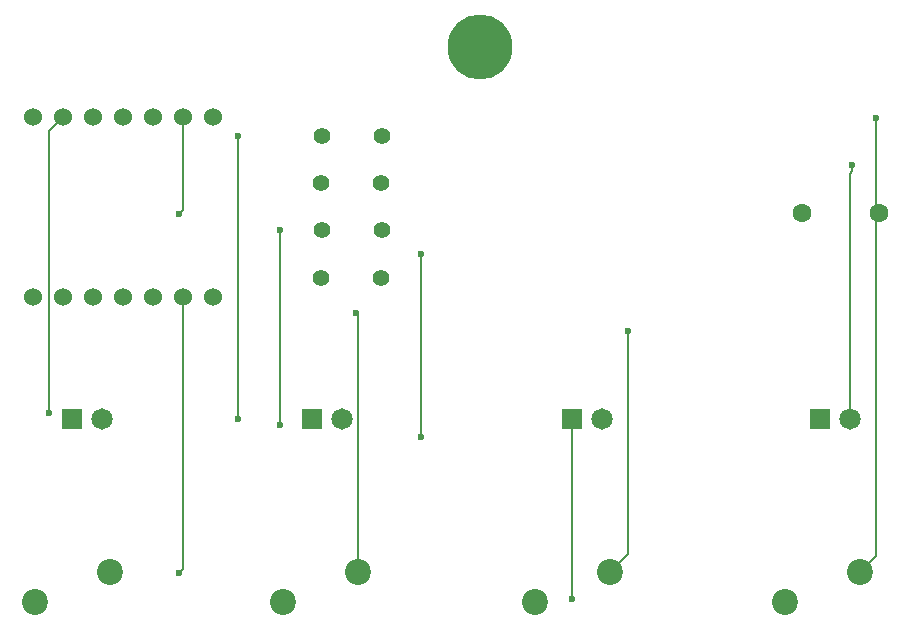
<source format=gbr>
%TF.GenerationSoftware,KiCad,Pcbnew,9.0.2*%
%TF.CreationDate,2025-07-04T18:03:36-03:00*%
%TF.ProjectId,pathfinder,70617468-6669-46e6-9465-722e6b696361,rev?*%
%TF.SameCoordinates,Original*%
%TF.FileFunction,Copper,L2,Bot*%
%TF.FilePolarity,Positive*%
%FSLAX46Y46*%
G04 Gerber Fmt 4.6, Leading zero omitted, Abs format (unit mm)*
G04 Created by KiCad (PCBNEW 9.0.2) date 2025-07-04 18:03:36*
%MOMM*%
%LPD*%
G01*
G04 APERTURE LIST*
%TA.AperFunction,ComponentPad*%
%ADD10C,2.200000*%
%TD*%
%TA.AperFunction,ComponentPad*%
%ADD11C,1.400000*%
%TD*%
%TA.AperFunction,ComponentPad*%
%ADD12C,1.815000*%
%TD*%
%TA.AperFunction,ComponentPad*%
%ADD13R,1.815000X1.815000*%
%TD*%
%TA.AperFunction,ComponentPad*%
%ADD14C,1.600000*%
%TD*%
%TA.AperFunction,ComponentPad*%
%ADD15C,1.524000*%
%TD*%
%TA.AperFunction,ViaPad*%
%ADD16C,5.500000*%
%TD*%
%TA.AperFunction,ViaPad*%
%ADD17C,0.600000*%
%TD*%
%TA.AperFunction,Conductor*%
%ADD18C,0.200000*%
%TD*%
G04 APERTURE END LIST*
D10*
%TO.P,SW1,1,1*%
%TO.N,SW1*%
X145460000Y-112920000D03*
%TO.P,SW1,2,2*%
%TO.N,GND*%
X139110000Y-115460000D03*
%TD*%
D11*
%TO.P,R2,1*%
%TO.N,Net-(D2-PadA)*%
X121000000Y-80000000D03*
%TO.P,R2,2*%
%TO.N,LED2*%
X126080000Y-80000000D03*
%TD*%
D10*
%TO.P,SW4,1,1*%
%TO.N,SW4*%
X166620000Y-112920000D03*
%TO.P,SW4,2,2*%
%TO.N,GND*%
X160270000Y-115460000D03*
%TD*%
D12*
%TO.P,D3,A*%
%TO.N,Net-(D3-PadA)*%
X122770000Y-100000000D03*
D13*
%TO.P,D3,C*%
%TO.N,GND*%
X120230000Y-100000000D03*
%TD*%
D11*
%TO.P,R1,1*%
%TO.N,Net-(D1-PadA)*%
X121080000Y-76000000D03*
%TO.P,R1,2*%
%TO.N,LED1*%
X126160000Y-76000000D03*
%TD*%
D12*
%TO.P,D1,A*%
%TO.N,Net-(D1-PadA)*%
X102500000Y-100000000D03*
D13*
%TO.P,D1,C*%
%TO.N,GND*%
X99960000Y-100000000D03*
%TD*%
D11*
%TO.P,R4,1*%
%TO.N,Net-(D4-PadA)*%
X121000000Y-88000000D03*
%TO.P,R4,2*%
%TO.N,LED4*%
X126080000Y-88000000D03*
%TD*%
D14*
%TO.P,BZ1,1,+*%
%TO.N,BUZ*%
X161750000Y-82500000D03*
%TO.P,BZ1,2,-*%
%TO.N,GND*%
X168250000Y-82500000D03*
%TD*%
D15*
%TO.P,U1,1,GPIO26/ADC0/A0*%
%TO.N,LED1*%
X96648500Y-89620000D03*
%TO.P,U1,2,GPIO27/ADC1/A1*%
%TO.N,LED2*%
X99188500Y-89620000D03*
%TO.P,U1,3,GPIO28/ADC2/A2*%
%TO.N,LED3*%
X101728500Y-89620000D03*
%TO.P,U1,4,GPIO29/ADC3/A3*%
%TO.N,LED4*%
X104268500Y-89620000D03*
%TO.P,U1,5,GPIO6/SDA*%
%TO.N,SW1*%
X106808500Y-89620000D03*
%TO.P,U1,6,GPIO7/SCL*%
%TO.N,SW2*%
X109348500Y-89620000D03*
%TO.P,U1,7,GPIO0/TX*%
%TO.N,SW3*%
X111888500Y-89620000D03*
%TO.P,U1,8,GPIO1/RX*%
%TO.N,SW4*%
X111888500Y-74380000D03*
%TO.P,U1,9,GPIO2/SCK*%
%TO.N,BUZ*%
X109348500Y-74380000D03*
%TO.P,U1,10,GPIO4/MISO*%
%TO.N,unconnected-(U1-GPIO4{slash}MISO-Pad10)*%
X106808500Y-74380000D03*
%TO.P,U1,11,GPIO3/MOSI*%
%TO.N,unconnected-(U1-GPIO3{slash}MOSI-Pad11)*%
X104268500Y-74380000D03*
%TO.P,U1,12,3V3*%
%TO.N,unconnected-(U1-3V3-Pad12)*%
X101728500Y-74380000D03*
%TO.P,U1,13,GND*%
%TO.N,GND*%
X99188500Y-74380000D03*
%TO.P,U1,14,VBUS*%
%TO.N,unconnected-(U1-VBUS-Pad14)*%
X96648500Y-74380000D03*
%TD*%
D12*
%TO.P,D4,A*%
%TO.N,Net-(D4-PadA)*%
X144770000Y-100000000D03*
D13*
%TO.P,D4,C*%
%TO.N,GND*%
X142230000Y-100000000D03*
%TD*%
D11*
%TO.P,R3,1*%
%TO.N,Net-(D3-PadA)*%
X121080000Y-84000000D03*
%TO.P,R3,2*%
%TO.N,LED3*%
X126160000Y-84000000D03*
%TD*%
D12*
%TO.P,D2,A*%
%TO.N,Net-(D2-PadA)*%
X165770000Y-100000000D03*
D13*
%TO.P,D2,C*%
%TO.N,GND*%
X163230000Y-100000000D03*
%TD*%
D10*
%TO.P,SW3,1,1*%
%TO.N,SW3*%
X124120000Y-112920000D03*
%TO.P,SW3,2,2*%
%TO.N,GND*%
X117770000Y-115460000D03*
%TD*%
%TO.P,SW2,1,1*%
%TO.N,SW2*%
X103120000Y-112920000D03*
%TO.P,SW2,2,2*%
%TO.N,GND*%
X96770000Y-115460000D03*
%TD*%
D16*
%TO.N,*%
X134500000Y-68500000D03*
D17*
%TO.N,Net-(D1-PadA)*%
X114000000Y-76000000D03*
X114000000Y-100000000D03*
%TO.N,Net-(D2-PadA)*%
X166000000Y-78500000D03*
%TO.N,Net-(D3-PadA)*%
X117500000Y-100500000D03*
X117500000Y-84000000D03*
%TO.N,Net-(D4-PadA)*%
X129500000Y-101500000D03*
X129500000Y-86000000D03*
%TO.N,GND*%
X98000000Y-99500000D03*
X142230000Y-115230000D03*
%TO.N,SW1*%
X147000000Y-92500000D03*
%TO.N,SW2*%
X109000000Y-113000000D03*
%TO.N,SW3*%
X124000000Y-91000000D03*
%TO.N,SW4*%
X168000000Y-74500000D03*
%TO.N,BUZ*%
X109000000Y-82600000D03*
%TD*%
D18*
%TO.N,Net-(D1-PadA)*%
X114000000Y-100000000D02*
X114000000Y-76000000D01*
%TO.N,Net-(D2-PadA)*%
X165770000Y-79230000D02*
X165770000Y-100000000D01*
X166000000Y-79000000D02*
X165770000Y-79230000D01*
X166000000Y-78500000D02*
X166000000Y-79000000D01*
%TO.N,Net-(D3-PadA)*%
X117500000Y-84000000D02*
X117500000Y-100500000D01*
%TO.N,Net-(D4-PadA)*%
X129500000Y-101500000D02*
X129500000Y-86000000D01*
%TO.N,GND*%
X142230000Y-100000000D02*
X142230000Y-115230000D01*
X99188500Y-74380000D02*
X98000000Y-75568500D01*
X98000000Y-75568500D02*
X98000000Y-99500000D01*
%TO.N,SW1*%
X147000000Y-111380000D02*
X147000000Y-97000000D01*
X145460000Y-112920000D02*
X147000000Y-111380000D01*
X147000000Y-97000000D02*
X147000000Y-92500000D01*
%TO.N,SW2*%
X109348500Y-112651500D02*
X109000000Y-113000000D01*
X109348500Y-89620000D02*
X109348500Y-112651500D01*
%TO.N,SW3*%
X124120000Y-112920000D02*
X124120000Y-91120000D01*
X124120000Y-91120000D02*
X124000000Y-91000000D01*
%TO.N,SW4*%
X168000000Y-111540000D02*
X166620000Y-112920000D01*
X168000000Y-74500000D02*
X168000000Y-111540000D01*
%TO.N,BUZ*%
X109348500Y-82251500D02*
X109348500Y-74380000D01*
X109000000Y-82600000D02*
X109348500Y-82251500D01*
%TD*%
M02*

</source>
